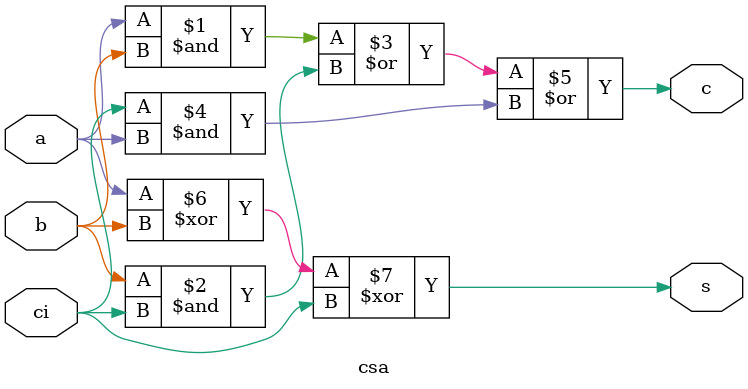
<source format=v>
`timescale 1ns / 1ps

module csa (a,b,ci,s,c);	// carry save adders
	input a,b,ci;		// input a,b,carry_in
	output s,c;		// output sum,carry_out
	assign c = a&b | b&ci | ci&a;
	assign s = (a^b)^ci;
endmodule







</source>
